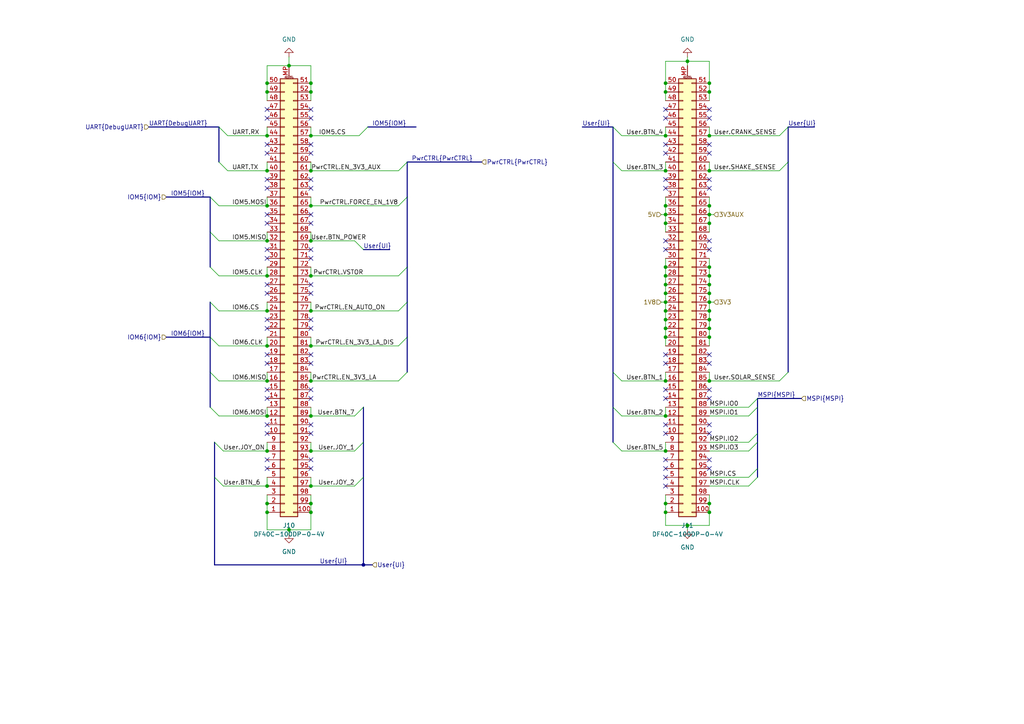
<source format=kicad_sch>
(kicad_sch (version 20211123) (generator eeschema)
  (paper "A4")
  (title_block (title "Module Interface") (date "2022-09-22") (rev "1.0"))
  (lib_symbols
    (symbol "jaspers_lib:DF40C-100DP-0-4V" (pin_names (offset 1.016) hide)
      (property "Reference" "J" (at 1.27 50.8 0))
      (property "Value" "DF40C-100DP-0-4V" (at 25.4 -48.26 0))
      (symbol "DF40C-100DP-0-4V_1_1"
        (rectangle (start -1.2954 -76.073) (end -0.0254 -76.327) (stroke (width 0.1524)))
        (rectangle (start -1.2954 -73.533) (end -0.0254 -73.787) (stroke (width 0.1524)))
        (rectangle (start -1.2954 -70.993) (end -0.0254 -71.247) (stroke (width 0.1524)))
        (rectangle (start -1.2954 -68.453) (end -0.0254 -68.707) (stroke (width 0.1524)))
        (rectangle (start -1.2954 -65.913) (end -0.0254 -66.167) (stroke (width 0.1524)))
        (rectangle (start -1.2954 -63.373) (end -0.0254 -63.627) (stroke (width 0.1524)))
        (rectangle (start -1.2954 -60.833) (end -0.0254 -61.087) (stroke (width 0.1524)))
        (rectangle (start -1.2954 -58.293) (end -0.0254 -58.547) (stroke (width 0.1524)))
        (rectangle (start -1.2954 -55.753) (end -0.0254 -56.007) (stroke (width 0.1524)))
        (rectangle (start -1.2954 -53.213) (end -0.0254 -53.467) (stroke (width 0.1524)))
        (rectangle (start -1.27 -50.673) (end 0 -50.927) (stroke (width 0.1524)))
        (rectangle (start -1.27 -48.133) (end 0 -48.387) (stroke (width 0.1524)))
        (rectangle (start -1.27 -45.593) (end 0 -45.847) (stroke (width 0.1524)))
        (rectangle (start -1.27 -43.053) (end 0 -43.307) (stroke (width 0.1524)))
        (rectangle (start -1.27 -40.513) (end 0 -40.767) (stroke (width 0.1524)))
        (rectangle (start -1.27 -37.973) (end 0 -38.227) (stroke (width 0.1524)))
        (rectangle (start -1.27 -35.433) (end 0 -35.687) (stroke (width 0.1524)))
        (rectangle (start -1.27 -32.893) (end 0 -33.147) (stroke (width 0.1524)))
        (rectangle (start -1.27 -30.353) (end 0 -30.607) (stroke (width 0.1524)))
        (rectangle (start -1.27 -27.813) (end 0 -28.067) (stroke (width 0.1524)))
        (rectangle (start -1.27 -25.273) (end 0 -25.527) (stroke (width 0.1524)))
        (rectangle (start -1.27 -22.733) (end 0 -22.987) (stroke (width 0.1524)))
        (rectangle (start -1.27 -20.193) (end 0 -20.447) (stroke (width 0.1524)))
        (rectangle (start -1.27 -17.653) (end 0 -17.907) (stroke (width 0.1524)))
        (rectangle (start -1.27 -15.113) (end 0 -15.367) (stroke (width 0.1524)))
        (rectangle (start -1.27 -12.573) (end 0 -12.827) (stroke (width 0.1524)))
        (rectangle (start -1.27 -10.033) (end 0 -10.287) (stroke (width 0.1524)))
        (rectangle (start -1.27 -7.493) (end 0 -7.747) (stroke (width 0.1524)))
        (rectangle (start -1.27 -4.953) (end 0 -5.207) (stroke (width 0.1524)))
        (rectangle (start -1.27 -2.413) (end 0 -2.667) (stroke (width 0.1524)))
        (rectangle (start -1.27 0.127) (end 0 -0.127) (stroke (width 0.1524)))
        (rectangle (start -1.27 2.667) (end 0 2.413) (stroke (width 0.1524)))
        (rectangle (start -1.27 5.207) (end 0 4.953) (stroke (width 0.1524)))
        (rectangle (start -1.27 7.747) (end 0 7.493) (stroke (width 0.1524)))
        (rectangle (start -1.27 10.287) (end 0 10.033) (stroke (width 0.1524)))
        (rectangle (start -1.27 12.827) (end 0 12.573) (stroke (width 0.1524)))
        (rectangle (start -1.27 15.367) (end 0 15.113) (stroke (width 0.1524)))
        (rectangle (start -1.27 17.907) (end 0 17.653) (stroke (width 0.1524)))
        (rectangle (start -1.27 20.447) (end 0 20.193) (stroke (width 0.1524)))
        (rectangle (start -1.27 22.987) (end 0 22.733) (stroke (width 0.1524)))
        (rectangle (start -1.27 25.527) (end 0 25.273) (stroke (width 0.1524)))
        (rectangle (start -1.27 28.067) (end 0 27.813) (stroke (width 0.1524)))
        (rectangle (start -1.27 30.607) (end 0 30.353) (stroke (width 0.1524)))
        (rectangle (start -1.27 33.147) (end 0 32.893) (stroke (width 0.1524)))
        (rectangle (start -1.27 35.687) (end 0 35.433) (stroke (width 0.1524)))
        (rectangle (start -1.27 38.227) (end 0 37.973) (stroke (width 0.1524)))
        (rectangle (start -1.27 40.767) (end 0 40.513) (stroke (width 0.1524)))
        (rectangle (start -1.27 43.307) (end 0 43.053) (stroke (width 0.1524)))
        (rectangle (start -1.27 45.847) (end 0 45.593) (stroke (width 0.1524)))
        (rectangle (start -1.27 48.387) (end 0 48.133) (stroke (width 0.1524)))
        (rectangle (start -1.27 49.53) (end 3.81 -77.47) (stroke (width 0.254)) (fill (type background)))
        (polyline (pts (xy 0.254 -78.232) (xy 2.286 -78.232)) (stroke (width 0.1524)))
        (rectangle (start 3.7846 -76.073) (end 2.5146 -76.327) (stroke (width 0.1524)))
        (rectangle (start 3.7846 -73.533) (end 2.5146 -73.787) (stroke (width 0.1524)))
        (rectangle (start 3.7846 -70.993) (end 2.5146 -71.247) (stroke (width 0.1524)))
        (rectangle (start 3.7846 -68.453) (end 2.5146 -68.707) (stroke (width 0.1524)))
        (rectangle (start 3.7846 -65.913) (end 2.5146 -66.167) (stroke (width 0.1524)))
        (rectangle (start 3.7846 -63.373) (end 2.5146 -63.627) (stroke (width 0.1524)))
        (rectangle (start 3.7846 -60.833) (end 2.5146 -61.087) (stroke (width 0.1524)))
        (rectangle (start 3.7846 -58.293) (end 2.5146 -58.547) (stroke (width 0.1524)))
        (rectangle (start 3.7846 -55.753) (end 2.5146 -56.007) (stroke (width 0.1524)))
        (rectangle (start 3.7846 -53.213) (end 2.5146 -53.467) (stroke (width 0.1524)))
        (rectangle (start 3.81 -50.673) (end 2.54 -50.927) (stroke (width 0.1524)))
        (rectangle (start 3.81 -48.133) (end 2.54 -48.387) (stroke (width 0.1524)))
        (rectangle (start 3.81 -45.593) (end 2.54 -45.847) (stroke (width 0.1524)))
        (rectangle (start 3.81 -43.053) (end 2.54 -43.307) (stroke (width 0.1524)))
        (rectangle (start 3.81 -40.513) (end 2.54 -40.767) (stroke (width 0.1524)))
        (rectangle (start 3.81 -37.973) (end 2.54 -38.227) (stroke (width 0.1524)))
        (rectangle (start 3.81 -35.433) (end 2.54 -35.687) (stroke (width 0.1524)))
        (rectangle (start 3.81 -32.893) (end 2.54 -33.147) (stroke (width 0.1524)))
        (rectangle (start 3.81 -30.353) (end 2.54 -30.607) (stroke (width 0.1524)))
        (rectangle (start 3.81 -27.813) (end 2.54 -28.067) (stroke (width 0.1524)))
        (rectangle (start 3.81 -25.273) (end 2.54 -25.527) (stroke (width 0.1524)))
        (rectangle (start 3.81 -22.733) (end 2.54 -22.987) (stroke (width 0.1524)))
        (rectangle (start 3.81 -20.193) (end 2.54 -20.447) (stroke (width 0.1524)))
        (rectangle (start 3.81 -17.653) (end 2.54 -17.907) (stroke (width 0.1524)))
        (rectangle (start 3.81 -15.113) (end 2.54 -15.367) (stroke (width 0.1524)))
        (rectangle (start 3.81 -12.573) (end 2.54 -12.827) (stroke (width 0.1524)))
        (rectangle (start 3.81 -10.033) (end 2.54 -10.287) (stroke (width 0.1524)))
        (rectangle (start 3.81 -7.493) (end 2.54 -7.747) (stroke (width 0.1524)))
        (rectangle (start 3.81 -4.953) (end 2.54 -5.207) (stroke (width 0.1524)))
        (rectangle (start 3.81 -2.413) (end 2.54 -2.667) (stroke (width 0.1524)))
        (rectangle (start 3.81 0.127) (end 2.54 -0.127) (stroke (width 0.1524)))
        (rectangle (start 3.81 2.667) (end 2.54 2.413) (stroke (width 0.1524)))
        (rectangle (start 3.81 5.207) (end 2.54 4.953) (stroke (width 0.1524)))
        (rectangle (start 3.81 7.747) (end 2.54 7.493) (stroke (width 0.1524)))
        (rectangle (start 3.81 10.287) (end 2.54 10.033) (stroke (width 0.1524)))
        (rectangle (start 3.81 12.827) (end 2.54 12.573) (stroke (width 0.1524)))
        (rectangle (start 3.81 15.367) (end 2.54 15.113) (stroke (width 0.1524)))
        (rectangle (start 3.81 17.907) (end 2.54 17.653) (stroke (width 0.1524)))
        (rectangle (start 3.81 20.447) (end 2.54 20.193) (stroke (width 0.1524)))
        (rectangle (start 3.81 22.987) (end 2.54 22.733) (stroke (width 0.1524)))
        (rectangle (start 3.81 25.527) (end 2.54 25.273) (stroke (width 0.1524)))
        (rectangle (start 3.81 28.067) (end 2.54 27.813) (stroke (width 0.1524)))
        (rectangle (start 3.81 30.607) (end 2.54 30.353) (stroke (width 0.1524)))
        (rectangle (start 3.81 33.147) (end 2.54 32.893) (stroke (width 0.1524)))
        (rectangle (start 3.81 35.687) (end 2.54 35.433) (stroke (width 0.1524)))
        (rectangle (start 3.81 38.227) (end 2.54 37.973) (stroke (width 0.1524)))
        (rectangle (start 3.81 40.767) (end 2.54 40.513) (stroke (width 0.1524)))
        (rectangle (start 3.81 43.307) (end 2.54 43.053) (stroke (width 0.1524)))
        (rectangle (start 3.81 45.847) (end 2.54 45.593) (stroke (width 0.1524)))
        (rectangle (start 3.81 48.387) (end 2.54 48.133) (stroke (width 0.1524)))
        (text "Mounting" (at 1.27 -77.851 0) (effects (font (size 0.381 0.381))))
        (pin passive line (at -5.08 48.26 0) (length 3.81) (name "Pin_1") (number "1"))
        (pin passive line (at -5.08 25.4 0) (length 3.81) (name "Pin_10") (number "10"))
        (pin passive line (at 7.62 48.26 180) (length 3.81) (name "Pin_100") (number "100"))
        (pin passive line (at -5.08 22.86 0) (length 3.81) (name "Pin_11") (number "11"))
        (pin passive line (at -5.08 20.32 0) (length 3.81) (name "Pin_12") (number "12"))
        (pin passive line (at -5.08 17.78 0) (length 3.81) (name "Pin_13") (number "13"))
        (pin passive line (at -5.08 15.24 0) (length 3.81) (name "Pin_14") (number "14"))
        (pin passive line (at -5.08 12.7 0) (length 3.81) (name "Pin_15") (number "15"))
        (pin passive line (at -5.08 10.16 0) (length 3.81) (name "Pin_16") (number "16"))
        (pin passive line (at -5.08 7.62 0) (length 3.81) (name "Pin_17") (number "17"))
        (pin passive line (at -5.08 5.08 0) (length 3.81) (name "Pin_18") (number "18"))
        (pin passive line (at -5.08 2.54 0) (length 3.81) (name "Pin_19") (number "19"))
        (pin passive line (at -5.08 45.72 0) (length 3.81) (name "Pin_2") (number "2"))
        (pin passive line (at -5.08 0 0) (length 3.81) (name "Pin_20") (number "20"))
        (pin passive line (at -5.08 -2.54 0) (length 3.81) (name "Pin_21") (number "21"))
        (pin passive line (at -5.08 -5.08 0) (length 3.81) (name "Pin_22") (number "22"))
        (pin passive line (at -5.08 -7.62 0) (length 3.81) (name "Pin_23") (number "23"))
        (pin passive line (at -5.08 -10.16 0) (length 3.81) (name "Pin_24") (number "24"))
        (pin passive line (at -5.08 -12.7 0) (length 3.81) (name "Pin_25") (number "25"))
        (pin passive line (at -5.08 -15.24 0) (length 3.81) (name "Pin_26") (number "26"))
        (pin passive line (at -5.08 -17.78 0) (length 3.81) (name "Pin_27") (number "27"))
        (pin passive line (at -5.08 -20.32 0) (length 3.81) (name "Pin_28") (number "28"))
        (pin passive line (at -5.08 -22.86 0) (length 3.81) (name "Pin_29") (number "29"))
        (pin passive line (at -5.08 43.18 0) (length 3.81) (name "Pin_3") (number "3"))
        (pin passive line (at -5.08 -25.4 0) (length 3.81) (name "Pin_30") (number "30"))
        (pin passive line (at -5.08 -27.94 0) (length 3.81) (name "Pin_31") (number "31"))
        (pin passive line (at -5.08 -30.48 0) (length 3.81) (name "Pin_32") (number "32"))
        (pin passive line (at -5.08 -33.02 0) (length 3.81) (name "Pin_33") (number "33"))
        (pin passive line (at -5.08 -35.56 0) (length 3.81) (name "Pin_34") (number "34"))
        (pin passive line (at -5.08 -38.1 0) (length 3.81) (name "Pin_35") (number "35"))
        (pin passive line (at -5.08 -40.64 0) (length 3.81) (name "Pin_36") (number "36"))
        (pin passive line (at -5.08 -43.18 0) (length 3.81) (name "Pin_37") (number "37"))
        (pin passive line (at -5.08 -45.72 0) (length 3.81) (name "Pin_38") (number "38"))
        (pin passive line (at -5.08 -48.26 0) (length 3.81) (name "Pin_39") (number "39"))
        (pin passive line (at -5.08 40.64 0) (length 3.81) (name "Pin_4") (number "4"))
        (pin passive line (at -5.08 -50.8 0) (length 3.81) (name "Pin_40") (number "40"))
        (pin passive line (at -5.08 -53.34 0) (length 3.81) (name "Pin_41") (number "41"))
        (pin passive line (at -5.08 -55.88 0) (length 3.81) (name "Pin_42") (number "42"))
        (pin passive line (at -5.08 -58.42 0) (length 3.81) (name "Pin_43") (number "43"))
        (pin passive line (at -5.08 -60.96 0) (length 3.81) (name "Pin_44") (number "44"))
        (pin passive line (at -5.08 -63.5 0) (length 3.81) (name "Pin_45") (number "45"))
        (pin passive line (at -5.08 -66.04 0) (length 3.81) (name "Pin_46") (number "46"))
        (pin passive line (at -5.08 -68.58 0) (length 3.81) (name "Pin_47") (number "47"))
        (pin passive line (at -5.08 -71.12 0) (length 3.81) (name "Pin_48") (number "48"))
        (pin passive line (at -5.08 -73.66 0) (length 3.81) (name "Pin_49") (number "49"))
        (pin passive line (at -5.08 38.1 0) (length 3.81) (name "Pin_5") (number "5"))
        (pin passive line (at -5.08 -76.2 0) (length 3.81) (name "Pin_50") (number "50"))
        (pin passive line (at 7.62 -76.2 180) (length 3.81) (name "Pin_51") (number "51"))
        (pin passive line (at 7.62 -73.66 180) (length 3.81) (name "Pin_52") (number "52"))
        (pin passive line (at 7.62 -71.12 180) (length 3.81) (name "Pin_53") (number "53"))
        (pin passive line (at 7.62 -68.58 180) (length 3.81) (name "Pin_54") (number "54"))
        (pin passive line (at 7.62 -66.04 180) (length 3.81) (name "Pin_55") (number "55"))
        (pin passive line (at 7.62 -63.5 180) (length 3.81) (name "Pin_56") (number "56"))
        (pin passive line (at 7.62 -60.96 180) (length 3.81) (name "Pin_57") (number "57"))
        (pin passive line (at 7.62 -58.42 180) (length 3.81) (name "Pin_58") (number "58"))
        (pin passive line (at 7.62 -55.88 180) (length 3.81) (name "Pin_59") (number "59"))
        (pin passive line (at -5.08 35.56 0) (length 3.81) (name "Pin_6") (number "6"))
        (pin passive line (at 7.62 -53.34 180) (length 3.81) (name "Pin_60") (number "60"))
        (pin passive line (at 7.62 -50.8 180) (length 3.81) (name "Pin_61") (number "61"))
        (pin passive line (at 7.62 -48.26 180) (length 3.81) (name "Pin_62") (number "62"))
        (pin passive line (at 7.62 -45.72 180) (length 3.81) (name "Pin_63") (number "63"))
        (pin passive line (at 7.62 -43.18 180) (length 3.81) (name "Pin_64") (number "64"))
        (pin passive line (at 7.62 -40.64 180) (length 3.81) (name "Pin_65") (number "65"))
        (pin passive line (at 7.62 -38.1 180) (length 3.81) (name "Pin_66") (number "66"))
        (pin passive line (at 7.62 -35.56 180) (length 3.81) (name "Pin_67") (number "67"))
        (pin passive line (at 7.62 -33.02 180) (length 3.81) (name "Pin_68") (number "68"))
        (pin passive line (at 7.62 -30.48 180) (length 3.81) (name "Pin_69") (number "69"))
        (pin passive line (at -5.08 33.02 0) (length 3.81) (name "Pin_7") (number "7"))
        (pin passive line (at 7.62 -27.94 180) (length 3.81) (name "Pin_70") (number "70"))
        (pin passive line (at 7.62 -25.4 180) (length 3.81) (name "Pin_71") (number "71"))
        (pin passive line (at 7.62 -22.86 180) (length 3.81) (name "Pin_72") (number "72"))
        (pin passive line (at 7.62 -20.32 180) (length 3.81) (name "Pin_73") (number "73"))
        (pin passive line (at 7.62 -17.78 180) (length 3.81) (name "Pin_74") (number "74"))
        (pin passive line (at 7.62 -15.24 180) (length 3.81) (name "Pin_75") (number "75"))
        (pin passive line (at 7.62 -12.7 180) (length 3.81) (name "Pin_76") (number "76"))
        (pin passive line (at 7.62 -10.16 180) (length 3.81) (name "Pin_77") (number "77"))
        (pin passive line (at 7.62 -7.62 180) (length 3.81) (name "Pin_78") (number "78"))
        (pin passive line (at 7.62 -5.08 180) (length 3.81) (name "Pin_79") (number "79"))
        (pin passive line (at -5.08 30.48 0) (length 3.81) (name "Pin_8") (number "8"))
        (pin passive line (at 7.62 -2.54 180) (length 3.81) (name "Pin_80") (number "80"))
        (pin passive line (at 7.62 0 180) (length 3.81) (name "Pin_81") (number "81"))
        (pin passive line (at 7.62 2.54 180) (length 3.81) (name "Pin_82") (number "82"))
        (pin passive line (at 7.62 5.08 180) (length 3.81) (name "Pin_83") (number "83"))
        (pin passive line (at 7.62 7.62 180) (length 3.81) (name "Pin_84") (number "84"))
        (pin passive line (at 7.62 10.16 180) (length 3.81) (name "Pin_85") (number "85"))
        (pin passive line (at 7.62 12.7 180) (length 3.81) (name "Pin_86") (number "86"))
        (pin passive line (at 7.62 15.24 180) (length 3.81) (name "Pin_87") (number "87"))
        (pin passive line (at 7.62 17.78 180) (length 3.81) (name "Pin_88") (number "88"))
        (pin passive line (at 7.62 20.32 180) (length 3.81) (name "Pin_89") (number "89"))
        (pin passive line (at -5.08 27.94 0) (length 3.81) (name "Pin_9") (number "9"))
        (pin passive line (at 7.62 22.86 180) (length 3.81) (name "Pin_90") (number "90"))
        (pin passive line (at 7.62 25.4 180) (length 3.81) (name "Pin_91") (number "91"))
        (pin passive line (at 7.62 27.94 180) (length 3.81) (name "Pin_92") (number "92"))
        (pin passive line (at 7.62 30.48 180) (length 3.81) (name "Pin_93") (number "93"))
        (pin passive line (at 7.62 33.02 180) (length 3.81) (name "Pin_94") (number "94"))
        (pin passive line (at 7.62 35.56 180) (length 3.81) (name "Pin_95") (number "95"))
        (pin passive line (at 7.62 38.1 180) (length 3.81) (name "Pin_96") (number "96"))
        (pin passive line (at 7.62 40.64 180) (length 3.81) (name "Pin_97") (number "97"))
        (pin passive line (at 7.62 43.18 180) (length 3.81) (name "Pin_98") (number "98"))
        (pin passive line (at 7.62 45.72 180) (length 3.81) (name "Pin_99") (number "99"))
        (pin passive line (at 1.27 -81.28 90) (length 3.048) (name "MountPin") (number "MP"))
      )
    )
    (symbol "power:GND" (power) (pin_names (offset 0))
      (property "Value" "GND" (at 0 -3.81 0))
      (symbol "GND_0_1"
        (polyline (pts (xy 0 0) (xy 0 -1.27) (xy 1.27 -1.27) (xy 0 -2.54) (xy -1.27 -1.27) (xy 0 -1.27)))
      )
      (symbol "GND_1_1"
        (pin power_in line (at 0 0 270) (length 0) hide (name "GND") (number "1"))
      )
    )
  )
  (bus_alias "PwrCTRL" (members "FORCE_EN_1V8" "EN_3V3_AUX" "EN_AUTO_ON" "EN_3V3_LA" "EN_3V3_LA_DIS" "VSTOR"))
  (junction (at 77.47 26.67))
  (junction (at 193.04 146.05))
  (junction (at 90.17 59.69))
  (junction (at 205.74 82.55))
  (junction (at 90.17 146.05))
  (junction (at 77.47 130.81))
  (junction (at 90.17 148.59))
  (junction (at 193.04 62.23))
  (junction (at 193.04 130.81))
  (junction (at 193.04 120.65))
  (junction (at 77.47 110.49))
  (junction (at 83.82 153.67))
  (junction (at 193.04 82.55))
  (junction (at 193.04 77.47))
  (junction (at 205.74 87.63))
  (junction (at 205.74 24.13))
  (junction (at 193.04 110.49))
  (junction (at 90.17 80.01))
  (junction (at 205.74 90.17))
  (junction (at 193.04 92.71))
  (junction (at 90.17 130.81))
  (junction (at 205.74 148.59))
  (junction (at 90.17 90.17))
  (junction (at 199.39 152.4))
  (junction (at 193.04 26.67))
  (junction (at 193.04 85.09))
  (junction (at 77.47 49.53))
  (junction (at 205.74 26.67))
  (junction (at 193.04 39.37))
  (junction (at 105.41 163.83))
  (junction (at 77.47 100.33))
  (junction (at 90.17 69.85))
  (junction (at 90.17 100.33))
  (junction (at 193.04 49.53))
  (junction (at 90.17 49.53))
  (junction (at 205.74 146.05))
  (junction (at 193.04 24.13))
  (junction (at 193.04 90.17))
  (junction (at 205.74 85.09))
  (junction (at 90.17 39.37))
  (junction (at 77.47 59.69))
  (junction (at 77.47 39.37))
  (junction (at 193.04 80.01))
  (junction (at 193.04 59.69))
  (junction (at 205.74 59.69))
  (junction (at 77.47 148.59))
  (junction (at 199.39 17.78))
  (junction (at 205.74 95.25))
  (junction (at 205.74 97.79))
  (junction (at 77.47 90.17))
  (junction (at 193.04 97.79))
  (junction (at 90.17 26.67))
  (junction (at 90.17 110.49))
  (junction (at 83.82 19.05))
  (junction (at 205.74 92.71))
  (junction (at 77.47 24.13))
  (junction (at 77.47 80.01))
  (junction (at 77.47 140.97))
  (junction (at 77.47 146.05))
  (junction (at 205.74 62.23))
  (junction (at 193.04 148.59))
  (junction (at 77.47 69.85))
  (junction (at 193.04 87.63))
  (junction (at 205.74 110.49))
  (junction (at 90.17 140.97))
  (junction (at 205.74 49.53))
  (junction (at 205.74 77.47))
  (junction (at 90.17 24.13))
  (junction (at 205.74 64.77))
  (junction (at 193.04 64.77))
  (junction (at 205.74 80.01))
  (junction (at 77.47 120.65))
  (junction (at 205.74 39.37))
  (junction (at 193.04 95.25))
  (junction (at 90.17 120.65))
  (no_connect (at 90.17 74.93))
  (no_connect (at 90.17 135.89))
  (no_connect (at 90.17 133.35))
  (no_connect (at 77.47 133.35))
  (no_connect (at 77.47 135.89))
  (no_connect (at 90.17 123.19))
  (no_connect (at 90.17 125.73))
  (no_connect (at 77.47 123.19))
  (no_connect (at 77.47 125.73))
  (no_connect (at 193.04 115.57))
  (no_connect (at 193.04 113.03))
  (no_connect (at 193.04 123.19))
  (no_connect (at 193.04 125.73))
  (no_connect (at 205.74 133.35))
  (no_connect (at 205.74 135.89))
  (no_connect (at 193.04 105.41))
  (no_connect (at 193.04 133.35))
  (no_connect (at 193.04 31.75))
  (no_connect (at 193.04 34.29))
  (no_connect (at 193.04 41.91))
  (no_connect (at 193.04 44.45))
  (no_connect (at 205.74 113.03))
  (no_connect (at 205.74 115.57))
  (no_connect (at 205.74 123.19))
  (no_connect (at 205.74 125.73))
  (no_connect (at 205.74 105.41))
  (no_connect (at 205.74 102.87))
  (no_connect (at 193.04 102.87))
  (no_connect (at 193.04 52.07))
  (no_connect (at 193.04 54.61))
  (no_connect (at 77.47 85.09))
  (no_connect (at 77.47 82.55))
  (no_connect (at 77.47 102.87))
  (no_connect (at 77.47 105.41))
  (no_connect (at 77.47 113.03))
  (no_connect (at 77.47 115.57))
  (no_connect (at 77.47 95.25))
  (no_connect (at 77.47 92.71))
  (no_connect (at 90.17 82.55))
  (no_connect (at 77.47 72.39))
  (no_connect (at 90.17 72.39))
  (no_connect (at 77.47 74.93))
  (no_connect (at 77.47 64.77))
  (no_connect (at 77.47 62.23))
  (no_connect (at 90.17 102.87))
  (no_connect (at 90.17 115.57))
  (no_connect (at 90.17 113.03))
  (no_connect (at 90.17 105.41))
  (no_connect (at 90.17 95.25))
  (no_connect (at 90.17 85.09))
  (no_connect (at 90.17 92.71))
  (no_connect (at 193.04 135.89))
  (no_connect (at 193.04 140.97))
  (no_connect (at 193.04 138.43))
  (no_connect (at 90.17 64.77))
  (no_connect (at 90.17 62.23))
  (no_connect (at 77.47 54.61))
  (no_connect (at 77.47 52.07))
  (no_connect (at 77.47 44.45))
  (no_connect (at 77.47 41.91))
  (no_connect (at 90.17 34.29))
  (no_connect (at 90.17 31.75))
  (no_connect (at 77.47 34.29))
  (no_connect (at 77.47 31.75))
  (no_connect (at 90.17 41.91))
  (no_connect (at 90.17 54.61))
  (no_connect (at 90.17 52.07))
  (no_connect (at 90.17 44.45))
  (no_connect (at 205.74 34.29))
  (no_connect (at 205.74 31.75))
  (no_connect (at 205.74 44.45))
  (no_connect (at 205.74 41.91))
  (no_connect (at 205.74 52.07))
  (no_connect (at 205.74 54.61))
  (no_connect (at 193.04 69.85))
  (no_connect (at 205.74 72.39))
  (no_connect (at 205.74 69.85))
  (no_connect (at 193.04 72.39))
  (bus_entry (at 118.11 77.47) (size -2.54 2.54))
  (bus_entry (at 60.96 67.31) (size 2.54 2.54))
  (bus_entry (at 60.96 57.15) (size 2.54 2.54))
  (bus_entry (at 62.23 128.27) (size 2.54 2.54))
  (bus_entry (at 219.71 118.11) (size -2.54 2.54))
  (bus_entry (at 60.96 107.95) (size 2.54 2.54))
  (bus_entry (at 118.11 57.15) (size -2.54 2.54))
  (bus_entry (at 228.6 36.83) (size -2.54 2.54))
  (bus_entry (at 219.71 135.89) (size -2.54 2.54))
  (bus_entry (at 106.68 36.83) (size -2.54 2.54))
  (bus_entry (at 177.8 107.95) (size 2.54 2.54))
  (bus_entry (at 118.11 97.79) (size -2.54 2.54))
  (bus_entry (at 219.71 125.73) (size -2.54 2.54))
  (bus_entry (at 60.96 97.79) (size 2.54 2.54))
  (bus_entry (at 62.23 138.43) (size 2.54 2.54))
  (bus_entry (at 219.71 115.57) (size -2.54 2.54))
  (bus_entry (at 63.5 36.83) (size 2.54 2.54))
  (bus_entry (at 105.41 138.43) (size -2.54 2.54))
  (bus_entry (at 228.6 107.95) (size -2.54 2.54))
  (bus_entry (at 105.41 128.27) (size -2.54 2.54))
  (bus_entry (at 60.96 118.11) (size 2.54 2.54))
  (bus_entry (at 177.8 128.27) (size 2.54 2.54))
  (bus_entry (at 177.8 46.99) (size 2.54 2.54))
  (bus_entry (at 118.11 87.63) (size -2.54 2.54))
  (bus_entry (at 177.8 36.83) (size 2.54 2.54))
  (bus_entry (at 118.11 46.99) (size -2.54 2.54))
  (bus_entry (at 177.8 118.11) (size 2.54 2.54))
  (bus_entry (at 60.96 87.63) (size 2.54 2.54))
  (bus_entry (at 60.96 77.47) (size 2.54 2.54))
  (bus_entry (at 102.87 69.85) (size 2.54 2.54))
  (bus_entry (at 63.5 46.99) (size 2.54 2.54))
  (bus_entry (at 219.71 138.43) (size -2.54 2.54))
  (bus_entry (at 219.71 128.27) (size -2.54 2.54))
  (bus_entry (at 105.41 118.11) (size -2.54 2.54))
  (bus_entry (at 228.6 46.99) (size -2.54 2.54))
  (bus_entry (at 118.11 107.95) (size -2.54 2.54))
  (bus (pts (xy 118.11 97.79) (xy 118.11 107.95)))
  (wire (pts (xy 193.04 24.13) (xy 193.04 26.67)))
  (bus (pts (xy 236.22 36.83) (xy 228.6 36.83)))
  (wire (pts (xy 77.47 153.67) (xy 77.47 148.59)))
  (bus (pts (xy 168.91 36.83) (xy 177.8 36.83)))
  (bus (pts (xy 177.8 46.99) (xy 177.8 107.95)))
  (wire (pts (xy 77.47 67.31) (xy 77.47 69.85)))
  (wire (pts (xy 193.04 97.79) (xy 193.04 100.33)))
  (bus (pts (xy 105.41 72.39) (xy 113.03 72.39)))
  (wire (pts (xy 205.74 138.43) (xy 217.17 138.43)))
  (wire (pts (xy 205.74 148.59) (xy 205.74 152.4)))
  (wire (pts (xy 205.74 92.71) (xy 205.74 95.25)))
  (bus (pts (xy 43.18 36.83) (xy 63.5 36.83)))
  (bus (pts (xy 105.41 128.27) (xy 105.41 138.43)))
  (bus (pts (xy 118.11 46.99) (xy 139.7 46.99)))
  (wire (pts (xy 193.04 24.13) (xy 193.04 17.78)))
  (wire (pts (xy 77.47 77.47) (xy 77.47 80.01)))
  (bus (pts (xy 177.8 107.95) (xy 177.8 118.11)))
  (wire (pts (xy 90.17 118.11) (xy 90.17 120.65)))
  (wire (pts (xy 64.77 130.81) (xy 77.47 130.81)))
  (wire (pts (xy 193.04 148.59) (xy 193.04 146.05)))
  (wire (pts (xy 205.74 87.63) (xy 207.01 87.63)))
  (wire (pts (xy 77.47 128.27) (xy 77.47 130.81)))
  (wire (pts (xy 205.74 26.67) (xy 205.74 29.21)))
  (wire (pts (xy 90.17 143.51) (xy 90.17 146.05)))
  (wire (pts (xy 83.82 153.67) (xy 83.82 154.94)))
  (bus (pts (xy 228.6 46.99) (xy 228.6 107.95)))
  (wire (pts (xy 193.04 67.31) (xy 193.04 64.77)))
  (wire (pts (xy 77.47 148.59) (xy 77.47 146.05)))
  (wire (pts (xy 63.5 59.69) (xy 77.47 59.69)))
  (wire (pts (xy 90.17 80.01) (xy 115.57 80.01)))
  (bus (pts (xy 105.41 138.43) (xy 105.41 163.83)))
  (wire (pts (xy 90.17 146.05) (xy 90.17 148.59)))
  (wire (pts (xy 193.04 62.23) (xy 193.04 59.69)))
  (bus (pts (xy 219.71 125.73) (xy 219.71 128.27)))
  (wire (pts (xy 83.82 16.51) (xy 83.82 19.05)))
  (wire (pts (xy 90.17 46.99) (xy 90.17 49.53)))
  (wire (pts (xy 193.04 92.71) (xy 193.04 95.25)))
  (wire (pts (xy 77.47 24.13) (xy 77.47 19.05)))
  (wire (pts (xy 205.74 87.63) (xy 205.74 90.17)))
  (wire (pts (xy 64.77 140.97) (xy 77.47 140.97)))
  (wire (pts (xy 205.74 36.83) (xy 205.74 39.37)))
  (wire (pts (xy 102.87 120.65) (xy 90.17 120.65)))
  (wire (pts (xy 77.47 57.15) (xy 77.47 59.69)))
  (wire (pts (xy 193.04 146.05) (xy 193.04 143.51)))
  (wire (pts (xy 102.87 140.97) (xy 90.17 140.97)))
  (wire (pts (xy 63.5 100.33) (xy 77.47 100.33)))
  (wire (pts (xy 205.74 77.47) (xy 205.74 80.01)))
  (wire (pts (xy 193.04 128.27) (xy 193.04 130.81)))
  (wire (pts (xy 63.5 90.17) (xy 77.47 90.17)))
  (bus (pts (xy 48.26 97.79) (xy 60.96 97.79)))
  (wire (pts (xy 83.82 153.67) (xy 77.47 153.67)))
  (bus (pts (xy 62.23 138.43) (xy 62.23 163.83)))
  (bus (pts (xy 105.41 118.11) (xy 105.41 128.27)))
  (wire (pts (xy 63.5 110.49) (xy 77.47 110.49)))
  (wire (pts (xy 205.74 95.25) (xy 205.74 97.79)))
  (bus (pts (xy 219.71 118.11) (xy 219.71 125.73)))
  (bus (pts (xy 219.71 115.57) (xy 232.41 115.57)))
  (wire (pts (xy 90.17 153.67) (xy 83.82 153.67)))
  (wire (pts (xy 77.47 138.43) (xy 77.47 140.97)))
  (wire (pts (xy 115.57 110.49) (xy 90.17 110.49)))
  (wire (pts (xy 77.47 87.63) (xy 77.47 90.17)))
  (wire (pts (xy 199.39 17.78) (xy 199.39 19.05)))
  (wire (pts (xy 77.47 26.67) (xy 77.47 29.21)))
  (wire (pts (xy 199.39 17.78) (xy 205.74 17.78)))
  (bus (pts (xy 63.5 36.83) (xy 63.5 46.99)))
  (wire (pts (xy 77.47 97.79) (xy 77.47 100.33)))
  (bus (pts (xy 60.96 97.79) (xy 60.96 107.95)))
  (wire (pts (xy 180.34 39.37) (xy 193.04 39.37)))
  (wire (pts (xy 90.17 87.63) (xy 90.17 90.17)))
  (wire (pts (xy 205.74 82.55) (xy 205.74 85.09)))
  (wire (pts (xy 205.74 143.51) (xy 205.74 146.05)))
  (wire (pts (xy 199.39 16.51) (xy 199.39 17.78)))
  (wire (pts (xy 193.04 62.23) (xy 191.77 62.23)))
  (bus (pts (xy 219.71 115.57) (xy 219.71 118.11)))
  (wire (pts (xy 104.14 39.37) (xy 90.17 39.37)))
  (wire (pts (xy 63.5 80.01) (xy 77.47 80.01)))
  (bus (pts (xy 60.96 107.95) (xy 60.96 118.11)))
  (wire (pts (xy 205.74 107.95) (xy 205.74 110.49)))
  (wire (pts (xy 90.17 19.05) (xy 90.17 24.13)))
  (wire (pts (xy 193.04 85.09) (xy 193.04 87.63)))
  (wire (pts (xy 77.47 118.11) (xy 77.47 120.65)))
  (wire (pts (xy 205.74 62.23) (xy 205.74 64.77)))
  (wire (pts (xy 83.82 19.05) (xy 90.17 19.05)))
  (bus (pts (xy 177.8 118.11) (xy 177.8 128.27)))
  (wire (pts (xy 90.17 148.59) (xy 90.17 153.67)))
  (wire (pts (xy 77.47 146.05) (xy 77.47 143.51)))
  (wire (pts (xy 193.04 152.4) (xy 193.04 148.59)))
  (wire (pts (xy 193.04 64.77) (xy 193.04 62.23)))
  (wire (pts (xy 193.04 80.01) (xy 193.04 82.55)))
  (wire (pts (xy 205.74 62.23) (xy 207.01 62.23)))
  (wire (pts (xy 77.47 36.83) (xy 77.47 39.37)))
  (wire (pts (xy 193.04 118.11) (xy 193.04 120.65)))
  (wire (pts (xy 205.74 85.09) (xy 205.74 87.63)))
  (wire (pts (xy 90.17 24.13) (xy 90.17 26.67)))
  (wire (pts (xy 205.74 80.01) (xy 205.74 82.55)))
  (wire (pts (xy 205.74 146.05) (xy 205.74 148.59)))
  (wire (pts (xy 193.04 17.78) (xy 199.39 17.78)))
  (wire (pts (xy 205.74 128.27) (xy 217.17 128.27)))
  (wire (pts (xy 77.47 19.05) (xy 83.82 19.05)))
  (wire (pts (xy 90.17 138.43) (xy 90.17 140.97)))
  (wire (pts (xy 77.47 24.13) (xy 77.47 26.67)))
  (wire (pts (xy 90.17 97.79) (xy 90.17 100.33)))
  (wire (pts (xy 205.74 140.97) (xy 217.17 140.97)))
  (bus (pts (xy 60.96 67.31) (xy 60.96 77.47)))
  (bus (pts (xy 177.8 36.83) (xy 177.8 46.99)))
  (bus (pts (xy 118.11 46.99) (xy 118.11 57.15)))
  (wire (pts (xy 205.74 49.53) (xy 226.06 49.53)))
  (wire (pts (xy 193.04 74.93) (xy 193.04 77.47)))
  (bus (pts (xy 106.68 36.83) (xy 120.65 36.83)))
  (wire (pts (xy 205.74 39.37) (xy 226.06 39.37)))
  (wire (pts (xy 193.04 90.17) (xy 193.04 92.71)))
  (wire (pts (xy 115.57 90.17) (xy 90.17 90.17)))
  (wire (pts (xy 90.17 26.67) (xy 90.17 29.21)))
  (wire (pts (xy 90.17 107.95) (xy 90.17 110.49)))
  (wire (pts (xy 115.57 59.69) (xy 90.17 59.69)))
  (wire (pts (xy 90.17 57.15) (xy 90.17 59.69)))
  (wire (pts (xy 193.04 87.63) (xy 193.04 90.17)))
  (wire (pts (xy 193.04 46.99) (xy 193.04 49.53)))
  (wire (pts (xy 77.47 107.95) (xy 77.47 110.49)))
  (wire (pts (xy 193.04 77.47) (xy 193.04 80.01)))
  (wire (pts (xy 90.17 77.47) (xy 90.17 80.01)))
  (bus (pts (xy 62.23 163.83) (xy 105.41 163.83)))
  (wire (pts (xy 66.04 49.53) (xy 77.47 49.53)))
  (wire (pts (xy 205.74 130.81) (xy 217.17 130.81)))
  (wire (pts (xy 205.74 57.15) (xy 205.74 59.69)))
  (wire (pts (xy 180.34 110.49) (xy 193.04 110.49)))
  (bus (pts (xy 60.96 87.63) (xy 60.96 97.79)))
  (wire (pts (xy 180.34 130.81) (xy 193.04 130.81)))
  (wire (pts (xy 193.04 95.25) (xy 193.04 97.79)))
  (wire (pts (xy 205.74 64.77) (xy 205.74 67.31)))
  (wire (pts (xy 77.47 46.99) (xy 77.47 49.53)))
  (wire (pts (xy 205.74 110.49) (xy 226.06 110.49)))
  (wire (pts (xy 191.77 87.63) (xy 193.04 87.63)))
  (wire (pts (xy 205.74 152.4) (xy 199.39 152.4)))
  (wire (pts (xy 63.5 69.85) (xy 77.47 69.85)))
  (bus (pts (xy 219.71 128.27) (xy 219.71 135.89)))
  (wire (pts (xy 193.04 107.95) (xy 193.04 110.49)))
  (wire (pts (xy 193.04 26.67) (xy 193.04 29.21)))
  (wire (pts (xy 205.74 90.17) (xy 205.74 92.71)))
  (wire (pts (xy 205.74 17.78) (xy 205.74 24.13)))
  (wire (pts (xy 193.04 59.69) (xy 193.04 57.15)))
  (wire (pts (xy 205.74 74.93) (xy 205.74 77.47)))
  (wire (pts (xy 205.74 97.79) (xy 205.74 100.33)))
  (wire (pts (xy 63.5 120.65) (xy 77.47 120.65)))
  (wire (pts (xy 90.17 36.83) (xy 90.17 39.37)))
  (wire (pts (xy 205.74 24.13) (xy 205.74 26.67)))
  (wire (pts (xy 180.34 49.53) (xy 193.04 49.53)))
  (wire (pts (xy 90.17 67.31) (xy 90.17 69.85)))
  (wire (pts (xy 193.04 36.83) (xy 193.04 39.37)))
  (wire (pts (xy 90.17 69.85) (xy 102.87 69.85)))
  (bus (pts (xy 228.6 36.83) (xy 228.6 46.99)))
  (wire (pts (xy 90.17 128.27) (xy 90.17 130.81)))
  (bus (pts (xy 118.11 77.47) (xy 118.11 87.63)))
  (wire (pts (xy 205.74 118.11) (xy 217.17 118.11)))
  (wire (pts (xy 90.17 100.33) (xy 115.57 100.33)))
  (bus (pts (xy 60.96 57.15) (xy 60.96 67.31)))
  (wire (pts (xy 205.74 120.65) (xy 217.17 120.65)))
  (wire (pts (xy 90.17 49.53) (xy 115.57 49.53)))
  (wire (pts (xy 102.87 130.81) (xy 90.17 130.81)))
  (bus (pts (xy 118.11 87.63) (xy 118.11 97.79)))
  (wire (pts (xy 205.74 46.99) (xy 205.74 49.53)))
  (wire (pts (xy 199.39 152.4) (xy 193.04 152.4)))
  (wire (pts (xy 180.34 120.65) (xy 193.04 120.65)))
  (wire (pts (xy 193.04 82.55) (xy 193.04 85.09)))
  (bus (pts (xy 48.26 57.15) (xy 60.96 57.15)))
  (wire (pts (xy 199.39 153.67) (xy 199.39 152.4)))
  (bus (pts (xy 107.95 163.83) (xy 105.41 163.83)))
  (bus (pts (xy 219.71 135.89) (xy 219.71 138.43)))
  (bus (pts (xy 62.23 128.27) (xy 62.23 138.43)))
  (wire (pts (xy 66.04 39.37) (xy 77.47 39.37)))
  (wire (pts (xy 205.74 59.69) (xy 205.74 62.23)))
  (bus (pts (xy 118.11 57.15) (xy 118.11 77.47)))
  (label "IOM5{IOM}" (at 49.53 57.15 0))
  (label "User.JOY_2" (at 102.87 140.97 180))
  (label "MSPI{MSPI}" (at 219.71 115.57 0))
  (label "PwrCTRL{PwrCTRL}" (at 119.38 46.99 0))
  (label "User.BTN_3" (at 181.61 49.53 0))
  (label "MSPI.IO1" (at 205.74 120.65 0))
  (label "MSPI.IO3" (at 205.74 130.81 0))
  (label "IOM6.CS" (at 67.31 90.17 0))
  (label "User.BTN_POWER" (at 90.17 69.85 0))
  (label "User.JOY_1" (at 102.87 130.81 180))
  (label "UART.TX" (at 67.31 49.53 0))
  (label "PwrCTRL.FORCE_EN_1V8" (at 92.71 59.69 0))
  (label "IOM5.MOSI" (at 67.31 59.69 0))
  (label "PwrCTRL.EN_3V3_LA" (at 109.22 110.49 180))
  (label "IOM6.MOSI" (at 67.31 120.65 0))
  (label "User{UI}" (at 105.41 72.39 0))
  (label "PwrCTRL.EN_3V3_AUX" (at 110.49 49.53 180))
  (label "IOM5{IOM}" (at 107.95 36.83 0))
  (label "User.BTN_1" (at 181.61 110.49 0))
  (label "User.SHAKE_SENSE" (at 207.01 49.53 0))
  (label "User.CRANK_SENSE" (at 207.01 39.37 0))
  (label "MSPI.CLK" (at 205.74 140.97 0))
  (label "PwrCTRL.EN_AUTO_ON" (at 111.76 90.17 180))
  (label "User.SOLAR_SENSE" (at 207.01 110.49 0))
  (label "IOM6.MISO" (at 67.31 110.49 0))
  (label "MSPI.CS" (at 205.74 138.43 0))
  (label "User{UI}" (at 168.91 36.83 0))
  (label "IOM5.CS" (at 100.33 39.37 180))
  (label "User{UI}" (at 92.71 163.83 0))
  (label "PwrCTRL.EN_3V3_LA_DIS" (at 114.3 100.33 180))
  (label "IOM6.CLK" (at 67.31 100.33 0))
  (label "User{UI}" (at 228.6 36.83 0))
  (label "User.BTN_6" (at 64.77 140.97 0))
  (label "MSPI.IO0" (at 205.74 118.11 0))
  (label "IOM5.CLK" (at 67.31 80.01 0))
  (label "IOM6{IOM}" (at 49.53 97.79 0))
  (label "User.BTN_7" (at 102.87 120.65 180))
  (label "User.BTN_2" (at 181.61 120.65 0))
  (label "PwrCTRL.VSTOR" (at 105.41 80.01 180))
  (label "User.JOY_ON" (at 64.77 130.81 0))
  (label "IOM5.MISO" (at 67.31 69.85 0))
  (label "UART.RX" (at 67.31 39.37 0))
  (label "User.BTN_5" (at 181.61 130.81 0))
  (label "MSPI.IO2" (at 205.74 128.27 0))
  (label "UART{DebugUART}" (at 43.18 36.83 0))
  (label "User.BTN_4" (at 181.61 39.37 0))
  (hierarchical_label "1V8" (shape input) (at 191.77 87.63 180))
  (hierarchical_label "User{UI}" (shape input) (at 107.95 163.83 0))
  (hierarchical_label "PwrCTRL{PwrCTRL}" (shape input) (at 139.7 46.99 0))
  (hierarchical_label "UART{DebugUART}" (shape input) (at 43.18 36.83 180))
  (hierarchical_label "5V" (shape input) (at 191.77 62.23 180))
  (hierarchical_label "3V3AUX" (shape input) (at 207.01 62.23 0))
  (hierarchical_label "IOM5{IOM}" (shape input) (at 48.26 57.15 180))
  (hierarchical_label "MSPI{MSPI}" (shape input) (at 232.41 115.57 0))
  (hierarchical_label "IOM6{IOM}" (shape input) (at 48.26 97.79 180))
  (hierarchical_label "3V3" (shape input) (at 207.01 87.63 0))
  (symbol (lib_id "power:GND") (at 83.82 154.94 0) (unit 1)
    (property "Reference" "#PWR048" (effects hide))
    (property "Value" "GND" (at 83.82 160.02 0))
  )
  (symbol (lib_id "power:GND") (at 83.82 16.51 180) (unit 1)
    (property "Reference" "#PWR047" (effects hide))
    (property "Value" "GND" (at 83.82 11.43 0))
  )
  (symbol (lib_id "jaspers_lib:DF40C-100DP-0-4V") (at 198.12 100.33 0) (mirror x) (unit 1)
    (property "Reference" "J11" (at 199.39 152.4 0))
    (property "Value" "DF40C-100DP-0-4V" (at 199.39 154.94 0))
    (property "Footprint" "jaspers_footprints:DF40C-100DP" (effects hide))
    (property "MPN" "DF40C-100DP-0-4V" (effects hide))
  )
  (symbol (lib_id "power:GND") (at 199.39 16.51 180) (unit 1)
    (property "Reference" "#PWR049" (effects hide))
    (property "Value" "GND" (at 199.39 11.43 0))
  )
  (symbol (lib_id "jaspers_lib:DF40C-100DP-0-4V") (at 82.55 100.33 0) (mirror x) (unit 1)
    (property "Reference" "J10" (at 83.82 152.4 0))
    (property "Value" "DF40C-100DP-0-4V" (at 83.82 154.94 0))
    (property "Footprint" "jaspers_footprints:DF40C-100DP" (effects hide))
    (property "MPN" "DF40C-100DP-0-4V" (effects hide))
  )
  (symbol (lib_id "power:GND") (at 199.39 153.67 0) (unit 1)
    (property "Reference" "#PWR050" (effects hide))
    (property "Value" "GND" (at 199.39 158.75 0))
  )
)
</source>
